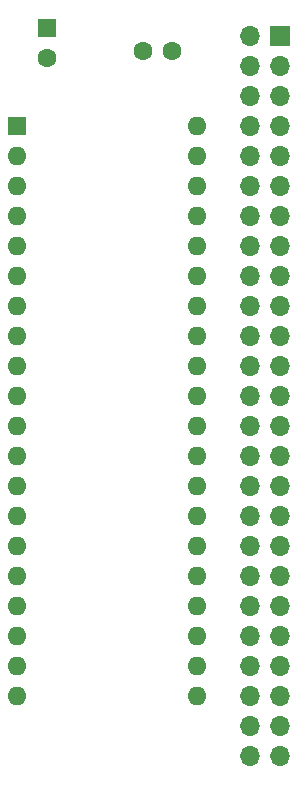
<source format=gts>
G04 #@! TF.GenerationSoftware,KiCad,Pcbnew,(6.0.1)*
G04 #@! TF.CreationDate,2022-08-31T08:52:12-04:00*
G04 #@! TF.ProjectId,ITX-65C816,4954582d-3635-4433-9831-362e6b696361,1*
G04 #@! TF.SameCoordinates,Original*
G04 #@! TF.FileFunction,Soldermask,Top*
G04 #@! TF.FilePolarity,Negative*
%FSLAX46Y46*%
G04 Gerber Fmt 4.6, Leading zero omitted, Abs format (unit mm)*
G04 Created by KiCad (PCBNEW (6.0.1)) date 2022-08-31 08:52:12*
%MOMM*%
%LPD*%
G01*
G04 APERTURE LIST*
%ADD10R,1.700000X1.700000*%
%ADD11O,1.700000X1.700000*%
%ADD12R,1.600000X1.600000*%
%ADD13O,1.600000X1.600000*%
%ADD14C,1.600000*%
G04 APERTURE END LIST*
D10*
X112460000Y-58415000D03*
D11*
X109920000Y-58415000D03*
X112460000Y-60955000D03*
X109920000Y-60955000D03*
X112460000Y-63495000D03*
X109920000Y-63495000D03*
X112460000Y-66035000D03*
X109920000Y-66035000D03*
X112460000Y-68575000D03*
X109920000Y-68575000D03*
X112460000Y-71115000D03*
X109920000Y-71115000D03*
X112460000Y-73655000D03*
X109920000Y-73655000D03*
X112460000Y-76195000D03*
X109920000Y-76195000D03*
X112460000Y-78735000D03*
X109920000Y-78735000D03*
X112460000Y-81275000D03*
X109920000Y-81275000D03*
X112460000Y-83815000D03*
X109920000Y-83815000D03*
X112460000Y-86355000D03*
X109920000Y-86355000D03*
X112460000Y-88895000D03*
X109920000Y-88895000D03*
X112460000Y-91435000D03*
X109920000Y-91435000D03*
X112460000Y-93975000D03*
X109920000Y-93975000D03*
X112460000Y-96515000D03*
X109920000Y-96515000D03*
X112460000Y-99055000D03*
X109920000Y-99055000D03*
X112460000Y-101595000D03*
X109920000Y-101595000D03*
X112460000Y-104135000D03*
X109920000Y-104135000D03*
X112460000Y-106675000D03*
X109920000Y-106675000D03*
X112460000Y-109215000D03*
X109920000Y-109215000D03*
X112460000Y-111755000D03*
X109920000Y-111755000D03*
X112460000Y-114295000D03*
X109920000Y-114295000D03*
X112460000Y-116835000D03*
X109920000Y-116835000D03*
X112460000Y-119375000D03*
X109920000Y-119375000D03*
D12*
X90165000Y-66045000D03*
D13*
X90165000Y-68585000D03*
X90165000Y-71125000D03*
X90165000Y-73665000D03*
X90165000Y-76205000D03*
X90165000Y-78745000D03*
X90165000Y-81285000D03*
X90165000Y-83825000D03*
X90165000Y-86365000D03*
X90165000Y-88905000D03*
X90165000Y-91445000D03*
X90165000Y-93985000D03*
X90165000Y-96525000D03*
X90165000Y-99065000D03*
X90165000Y-101605000D03*
X90165000Y-104145000D03*
X90165000Y-106685000D03*
X90165000Y-109225000D03*
X90165000Y-111765000D03*
X90165000Y-114305000D03*
X105405000Y-114305000D03*
X105405000Y-111765000D03*
X105405000Y-109225000D03*
X105405000Y-106685000D03*
X105405000Y-104145000D03*
X105405000Y-101605000D03*
X105405000Y-99065000D03*
X105405000Y-96525000D03*
X105405000Y-93985000D03*
X105405000Y-91445000D03*
X105405000Y-88905000D03*
X105405000Y-86365000D03*
X105405000Y-83825000D03*
X105405000Y-81285000D03*
X105405000Y-78745000D03*
X105405000Y-76205000D03*
X105405000Y-73665000D03*
X105405000Y-71125000D03*
X105405000Y-68585000D03*
X105405000Y-66045000D03*
D14*
X100838000Y-59690000D03*
X103338000Y-59690000D03*
D12*
X92710000Y-57722888D03*
D14*
X92710000Y-60222888D03*
M02*

</source>
